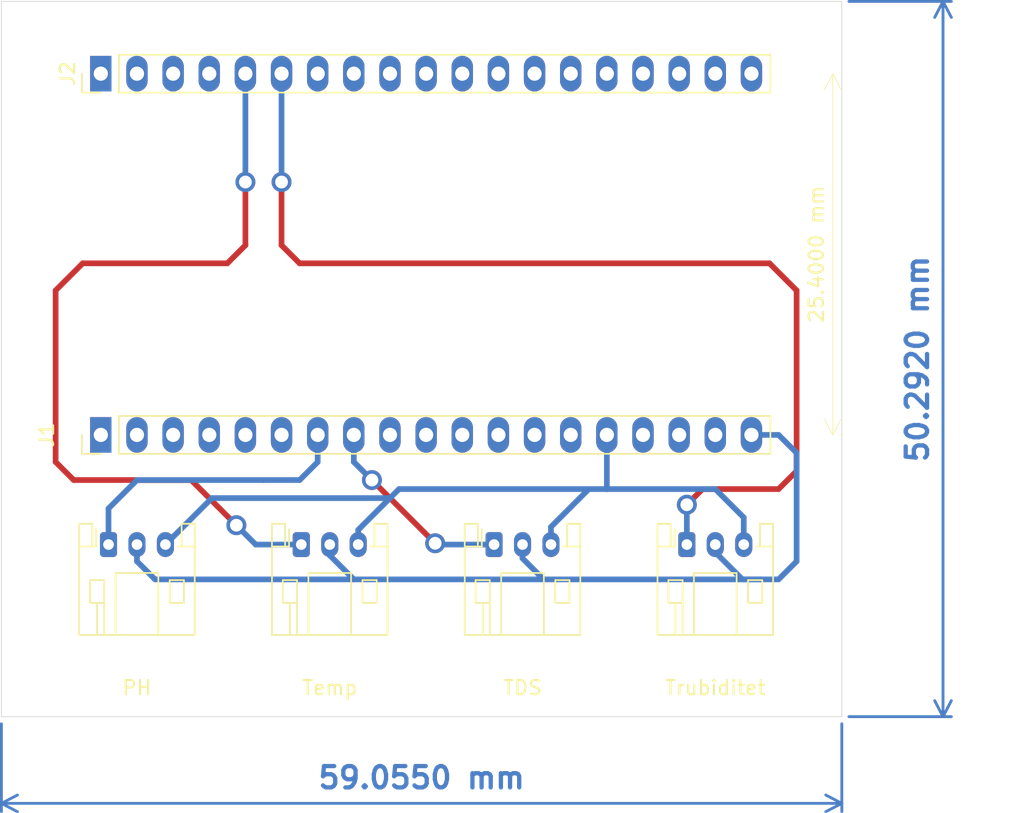
<source format=kicad_pcb>
(kicad_pcb (version 20240108) (generator "pcbnew") (generator_version "8.0")
  (layers (0 "F.Cu" signal) (31 "B.Cu" signal) (34 "B.Paste" user) (35 "F.Paste" user) (36 "B.SilkS" user "B.Silkscreen") (37 "F.SilkS" user "F.Silkscreen") (38 "B.Mask" user) (39 "F.Mask" user) (44 "Edge.Cuts" user))
  (net 0 "")
  (net 7 "Net-(J1-GND)")
  (net 8 "Net-(J1-GPIO_32)")
  (net 11 "Net-(TDS1-Pin_1)")
  (net 19 "Net-(J1-5V)")
  (net 34 "Net-(J2-GPIO_02)")
  (net 36 "Net-(J2-GPIO_00)")
  (footprint "Connector_JST:JST_PH_S3B-PH-K_1x03_P2.00mm_Horizontal" (layer "F.Cu") (at 138.546666 81.37)
    (property "Reference" "Temp" (at 2 10.07 0) (layer "F.SilkS"))
    (property "Value" "Conn_01x03")
    (fp_line (start -2.06 -1.46) (end -2.06 6.36) (stroke (width 0.12)) (layer "F.SilkS"))
    (fp_line (start -2.06 0.14) (end -1.14 0.14) (stroke (width 0.12)) (layer "F.SilkS"))
    (fp_line (start -2.06 6.36) (end 6.06 6.36) (stroke (width 0.12)) (layer "F.SilkS"))
    (fp_line (start -1.3 2.5) (end -1.3 4.1) (stroke (width 0.12)) (layer "F.SilkS"))
    (fp_line (start -1.3 4.1) (end -0.3 4.1) (stroke (width 0.12)) (layer "F.SilkS"))
    (fp_line (start -1.14 -1.46) (end -2.06 -1.46) (stroke (width 0.12)) (layer "F.SilkS"))
    (fp_line (start -1.14 0.14) (end -1.14 -1.46) (stroke (width 0.12)) (layer "F.SilkS"))
    (fp_line (start -0.86 0.14) (end -1.14 0.14) (stroke (width 0.12)) (layer "F.SilkS"))
    (fp_line (start -0.86 0.14) (end -0.86 -1.075) (stroke (width 0.12)) (layer "F.SilkS"))
    (fp_line (start -0.8 4.1) (end -0.8 6.36) (stroke (width 0.12)) (layer "F.SilkS"))
    (fp_line (start -0.3 2.5) (end -1.3 2.5) (stroke (width 0.12)) (layer "F.SilkS"))
    (fp_line (start -0.3 4.1) (end -0.3 2.5) (stroke (width 0.12)) (layer "F.SilkS"))
    (fp_line (start -0.3 4.1) (end -0.3 6.36) (stroke (width 0.12)) (layer "F.SilkS"))
    (fp_line (start 0.5 2) (end 3.5 2) (stroke (width 0.12)) (layer "F.SilkS"))
    (fp_line (start 0.5 6.36) (end 0.5 2) (stroke (width 0.12)) (layer "F.SilkS"))
    (fp_line (start 3.5 2) (end 3.5 6.36) (stroke (width 0.12)) (layer "F.SilkS"))
    (fp_line (start 4.3 2.5) (end 5.3 2.5) (stroke (width 0.12)) (layer "F.SilkS"))
    (fp_line (start 4.3 4.1) (end 4.3 2.5) (stroke (width 0.12)) (layer "F.SilkS"))
    (fp_line (start 5.14 -1.46) (end 5.14 0.14) (stroke (width 0.12)) (layer "F.SilkS"))
    (fp_line (start 5.14 0.14) (end 4.86 0.14) (stroke (width 0.12)) (layer "F.SilkS"))
    (fp_line (start 5.3 2.5) (end 5.3 4.1) (stroke (width 0.12)) (layer "F.SilkS"))
    (fp_line (start 5.3 4.1) (end 4.3 4.1) (stroke (width 0.12)) (layer "F.SilkS"))
    (fp_line (start 6.06 -1.46) (end 5.14 -1.46) (stroke (width 0.12)) (layer "F.SilkS"))
    (fp_line (start 6.06 0.14) (end 5.14 0.14) (stroke (width 0.12)) (layer "F.SilkS"))
    (fp_line (start 6.06 6.36) (end 6.06 -1.46) (stroke (width 0.12)) (layer "F.SilkS"))
    (pad "1" thru_hole roundrect (at 0 0) (size 1.2 1.75) (drill 0.75) (layers "*.Cu" "*.Mask") (roundrect_rratio 0.208333) (net 34 "Net-(J2-GPIO_02)"))
    (pad "2" thru_hole oval (at 2 0) (size 1.2 1.75) (drill 0.75) (layers "*.Cu" "*.Mask") (net 19 "Net-(J1-5V)"))
    (pad "3" thru_hole oval (at 4 0) (size 1.2 1.75) (drill 0.75) (layers "*.Cu" "*.Mask") (net 7 "Net-(J1-GND)"))
  )
  (footprint "Connector_PinHeader_2.54mm:PinHeader_1x19_P2.54mm_Vertical" (layer "F.Cu") (at 124.46 73.66 90)
    (property "Reference" "J1" (at 0 -3.81 90) (layer "F.SilkS"))
    (property "Value" "Conn_01x19")
    (fp_line (start -1.33 -1.33) (end 0 -1.33) (stroke (width 0.12)) (layer "F.SilkS"))
    (fp_line (start -1.33 0) (end -1.33 -1.33) (stroke (width 0.12)) (layer "F.SilkS"))
    (fp_line (start 1.33 1.27) (end 1.33 47.05) (stroke (width 0.12)) (layer "F.SilkS"))
    (fp_line (start -1.33 1.27) (end 1.33 1.27) (stroke (width 0.12)) (layer "F.SilkS"))
    (fp_line (start -1.33 1.27) (end -1.33 47.05) (stroke (width 0.12)) (layer "F.SilkS"))
    (fp_line (start -1.33 47.05) (end 1.33 47.05) (stroke (width 0.12)) (layer "F.SilkS"))
    (pad "1" thru_hole rect (at 0 0 90) (size 2.5 1.5) (drill 1) (layers "*.Cu" "*.Mask"))
    (pad "2" thru_hole oval (at 0 2.54 90) (size 2.5 1.5) (drill 1) (layers "*.Cu" "*.Mask"))
    (pad "3" thru_hole oval (at 0 5.08 90) (size 2.5 1.5) (drill 1) (layers "*.Cu" "*.Mask"))
    (pad "4" thru_hole oval (at 0 7.62 90) (size 2.5 1.5) (drill 1) (layers "*.Cu" "*.Mask"))
    (pad "5" thru_hole oval (at 0 10.16 90) (size 2.5 1.5) (drill 1) (layers "*.Cu" "*.Mask"))
    (pad "6" thru_hole oval (at 0 12.7 90) (size 2.5 1.5) (drill 1) (layers "*.Cu" "*.Mask"))
    (pad "7" thru_hole oval (at 0 15.24 90) (size 2.5 1.5) (drill 1) (layers "*.Cu" "*.Mask") (net 8 "Net-(J1-GPIO_32)"))
    (pad "8" thru_hole oval (at 0 17.78 90) (size 2.5 1.5) (drill 1) (layers "*.Cu" "*.Mask") (net 11 "Net-(TDS1-Pin_1)"))
    (pad "9" thru_hole oval (at 0 20.32 90) (size 2.5 1.5) (drill 1) (layers "*.Cu" "*.Mask"))
    (pad "10" thru_hole oval (at 0 22.86 90) (size 2.5 1.5) (drill 1) (layers "*.Cu" "*.Mask"))
    (pad "11" thru_hole oval (at 0 25.4 90) (size 2.5 1.5) (drill 1) (layers "*.Cu" "*.Mask"))
    (pad "12" thru_hole oval (at 0 27.94 90) (size 2.5 1.5) (drill 1) (layers "*.Cu" "*.Mask"))
    (pad "13" thru_hole oval (at 0 30.48 90) (size 2.5 1.5) (drill 1) (layers "*.Cu" "*.Mask"))
    (pad "14" thru_hole oval (at 0 33.02 90) (size 2.5 1.5) (drill 1) (layers "*.Cu" "*.Mask"))
    (pad "15" thru_hole oval (at 0 35.56 90) (size 2.5 1.5) (drill 1) (layers "*.Cu" "*.Mask") (net 7 "Net-(J1-GND)"))
    (pad "16" thru_hole oval (at 0 38.1 90) (size 2.5 1.5) (drill 1) (layers "*.Cu" "*.Mask"))
    (pad "17" thru_hole oval (at 0 40.64 90) (size 2.5 1.5) (drill 1) (layers "*.Cu" "*.Mask"))
    (pad "18" thru_hole oval (at 0 43.18 90) (size 2.5 1.5) (drill 1) (layers "*.Cu" "*.Mask"))
    (pad "19" thru_hole oval (at 0 45.72 90) (size 2.5 1.5) (drill 1) (layers "*.Cu" "*.Mask") (net 19 "Net-(J1-5V)"))
  )
  (footprint "Connector_PinHeader_2.54mm:PinHeader_1x19_P2.54mm_Vertical" (layer "F.Cu") (at 124.46 48.26 90)
    (property "Reference" "J2" (at 0 -2.33 90) (layer "F.SilkS"))
    (property "Value" "Conn_01x19")
    (fp_line (start -1.33 -1.33) (end 0 -1.33) (stroke (width 0.12)) (layer "F.SilkS"))
    (fp_line (start -1.33 0) (end -1.33 -1.33) (stroke (width 0.12)) (layer "F.SilkS"))
    (fp_line (start 1.33 1.27) (end 1.33 47.05) (stroke (width 0.12)) (layer "F.SilkS"))
    (fp_line (start -1.33 1.27) (end 1.33 1.27) (stroke (width 0.12)) (layer "F.SilkS"))
    (fp_line (start -1.33 1.27) (end -1.33 47.05) (stroke (width 0.12)) (layer "F.SilkS"))
    (fp_line (start -1.33 47.05) (end 1.33 47.05) (stroke (width 0.12)) (layer "F.SilkS"))
    (pad "1" thru_hole rect (at 0 0 90) (size 2.5 1.5) (drill 1) (layers "*.Cu" "*.Mask"))
    (pad "2" thru_hole oval (at 0 2.54 90) (size 2.5 1.5) (drill 1) (layers "*.Cu" "*.Mask"))
    (pad "3" thru_hole oval (at 0 5.08 90) (size 2.5 1.5) (drill 1) (layers "*.Cu" "*.Mask"))
    (pad "4" thru_hole oval (at 0 7.62 90) (size 2.5 1.5) (drill 1) (layers "*.Cu" "*.Mask"))
    (pad "5" thru_hole oval (at 0 10.16 90) (size 2.5 1.5) (drill 1) (layers "*.Cu" "*.Mask") (net 34 "Net-(J2-GPIO_02)"))
    (pad "6" thru_hole oval (at 0 12.7 90) (size 2.5 1.5) (drill 1) (layers "*.Cu" "*.Mask") (net 36 "Net-(J2-GPIO_00)"))
    (pad "7" thru_hole oval (at 0 15.24 90) (size 2.5 1.5) (drill 1) (layers "*.Cu" "*.Mask"))
    (pad "8" thru_hole oval (at 0 17.78 90) (size 2.5 1.5) (drill 1) (layers "*.Cu" "*.Mask"))
    (pad "9" thru_hole oval (at 0 20.32 90) (size 2.5 1.5) (drill 1) (layers "*.Cu" "*.Mask"))
    (pad "10" thru_hole oval (at 0 22.86 90) (size 2.5 1.5) (drill 1) (layers "*.Cu" "*.Mask"))
    (pad "11" thru_hole oval (at 0 25.4 90) (size 2.5 1.5) (drill 1) (layers "*.Cu" "*.Mask"))
    (pad "12" thru_hole oval (at 0 27.94 90) (size 2.5 1.5) (drill 1) (layers "*.Cu" "*.Mask"))
    (pad "13" thru_hole oval (at 0 30.48 90) (size 2.5 1.5) (drill 1) (layers "*.Cu" "*.Mask"))
    (pad "14" thru_hole oval (at 0 33.02 90) (size 2.5 1.5) (drill 1) (layers "*.Cu" "*.Mask"))
    (pad "15" thru_hole oval (at 0 35.56 90) (size 2.5 1.5) (drill 1) (layers "*.Cu" "*.Mask"))
    (pad "16" thru_hole oval (at 0 38.1 90) (size 2.5 1.5) (drill 1) (layers "*.Cu" "*.Mask"))
    (pad "17" thru_hole oval (at 0 40.64 90) (size 2.5 1.5) (drill 1) (layers "*.Cu" "*.Mask"))
    (pad "18" thru_hole oval (at 0 43.18 90) (size 2.5 1.5) (drill 1) (layers "*.Cu" "*.Mask"))
    (pad "19" thru_hole oval (at 0 45.72 90) (size 2.5 1.5) (drill 1) (layers "*.Cu" "*.Mask"))
  )
  (footprint "Connector_JST:JST_PH_S3B-PH-K_1x03_P2.00mm_Horizontal" (layer "F.Cu") (at 165.64 81.37)
    (property "Reference" "Trubiditet" (at 2 10.07 0) (layer "F.SilkS"))
    (property "Value" "Conn_01x03")
    (fp_line (start -2.06 -1.46) (end -2.06 6.36) (stroke (width 0.12)) (layer "F.SilkS"))
    (fp_line (start -2.06 0.14) (end -1.14 0.14) (stroke (width 0.12)) (layer "F.SilkS"))
    (fp_line (start -2.06 6.36) (end 6.06 6.36) (stroke (width 0.12)) (layer "F.SilkS"))
    (fp_line (start -1.3 2.5) (end -1.3 4.1) (stroke (width 0.12)) (layer "F.SilkS"))
    (fp_line (start -1.3 4.1) (end -0.3 4.1) (stroke (width 0.12)) (layer "F.SilkS"))
    (fp_line (start -1.14 -1.46) (end -2.06 -1.46) (stroke (width 0.12)) (layer "F.SilkS"))
    (fp_line (start -1.14 0.14) (end -1.14 -1.46) (stroke (width 0.12)) (layer "F.SilkS"))
    (fp_line (start -0.86 0.14) (end -1.14 0.14) (stroke (width 0.12)) (layer "F.SilkS"))
    (fp_line (start -0.86 0.14) (end -0.86 -1.075) (stroke (width 0.12)) (layer "F.SilkS"))
    (fp_line (start -0.8 4.1) (end -0.8 6.36) (stroke (width 0.12)) (layer "F.SilkS"))
    (fp_line (start -0.3 2.5) (end -1.3 2.5) (stroke (width 0.12)) (layer "F.SilkS"))
    (fp_line (start -0.3 4.1) (end -0.3 2.5) (stroke (width 0.12)) (layer "F.SilkS"))
    (fp_line (start -0.3 4.1) (end -0.3 6.36) (stroke (width 0.12)) (layer "F.SilkS"))
    (fp_line (start 0.5 2) (end 3.5 2) (stroke (width 0.12)) (layer "F.SilkS"))
    (fp_line (start 0.5 6.36) (end 0.5 2) (stroke (width 0.12)) (layer "F.SilkS"))
    (fp_line (start 3.5 2) (end 3.5 6.36) (stroke (width 0.12)) (layer "F.SilkS"))
    (fp_line (start 4.3 2.5) (end 5.3 2.5) (stroke (width 0.12)) (layer "F.SilkS"))
    (fp_line (start 4.3 4.1) (end 4.3 2.5) (stroke (width 0.12)) (layer "F.SilkS"))
    (fp_line (start 5.14 -1.46) (end 5.14 0.14) (stroke (width 0.12)) (layer "F.SilkS"))
    (fp_line (start 5.14 0.14) (end 4.86 0.14) (stroke (width 0.12)) (layer "F.SilkS"))
    (fp_line (start 5.3 2.5) (end 5.3 4.1) (stroke (width 0.12)) (layer "F.SilkS"))
    (fp_line (start 5.3 4.1) (end 4.3 4.1) (stroke (width 0.12)) (layer "F.SilkS"))
    (fp_line (start 6.06 -1.46) (end 5.14 -1.46) (stroke (width 0.12)) (layer "F.SilkS"))
    (fp_line (start 6.06 0.14) (end 5.14 0.14) (stroke (width 0.12)) (layer "F.SilkS"))
    (fp_line (start 6.06 6.36) (end 6.06 -1.46) (stroke (width 0.12)) (layer "F.SilkS"))
    (pad "1" thru_hole roundrect (at 0 0) (size 1.2 1.75) (drill 0.75) (layers "*.Cu" "*.Mask") (roundrect_rratio 0.208333) (net 36 "Net-(J2-GPIO_00)"))
    (pad "2" thru_hole oval (at 2 0) (size 1.2 1.75) (drill 0.75) (layers "*.Cu" "*.Mask") (net 19 "Net-(J1-5V)"))
    (pad "3" thru_hole oval (at 4 0) (size 1.2 1.75) (drill 0.75) (layers "*.Cu" "*.Mask") (net 7 "Net-(J1-GND)"))
  )
  (footprint "Connector_JST:JST_PH_S3B-PH-K_1x03_P2.00mm_Horizontal" (layer "F.Cu") (at 125 81.37)
    (property "Reference" "PH" (at 2 10.07 0) (layer "F.SilkS"))
    (property "Value" "Conn_01x03")
    (fp_line (start -2.06 -1.46) (end -2.06 6.36) (stroke (width 0.12)) (layer "F.SilkS"))
    (fp_line (start -2.06 0.14) (end -1.14 0.14) (stroke (width 0.12)) (layer "F.SilkS"))
    (fp_line (start -2.06 6.36) (end 6.06 6.36) (stroke (width 0.12)) (layer "F.SilkS"))
    (fp_line (start -1.3 2.5) (end -1.3 4.1) (stroke (width 0.12)) (layer "F.SilkS"))
    (fp_line (start -1.3 4.1) (end -0.3 4.1) (stroke (width 0.12)) (layer "F.SilkS"))
    (fp_line (start -1.14 -1.46) (end -2.06 -1.46) (stroke (width 0.12)) (layer "F.SilkS"))
    (fp_line (start -1.14 0.14) (end -1.14 -1.46) (stroke (width 0.12)) (layer "F.SilkS"))
    (fp_line (start -0.86 0.14) (end -1.14 0.14) (stroke (width 0.12)) (layer "F.SilkS"))
    (fp_line (start -0.86 0.14) (end -0.86 -1.075) (stroke (width 0.12)) (layer "F.SilkS"))
    (fp_line (start -0.8 4.1) (end -0.8 6.36) (stroke (width 0.12)) (layer "F.SilkS"))
    (fp_line (start -0.3 2.5) (end -1.3 2.5) (stroke (width 0.12)) (layer "F.SilkS"))
    (fp_line (start -0.3 4.1) (end -0.3 2.5) (stroke (width 0.12)) (layer "F.SilkS"))
    (fp_line (start -0.3 4.1) (end -0.3 6.36) (stroke (width 0.12)) (layer "F.SilkS"))
    (fp_line (start 0.5 2) (end 3.5 2) (stroke (width 0.12)) (layer "F.SilkS"))
    (fp_line (start 0.5 6.36) (end 0.5 2) (stroke (width 0.12)) (layer "F.SilkS"))
    (fp_line (start 3.5 2) (end 3.5 6.36) (stroke (width 0.12)) (layer "F.SilkS"))
    (fp_line (start 4.3 2.5) (end 5.3 2.5) (stroke (width 0.12)) (layer "F.SilkS"))
    (fp_line (start 4.3 4.1) (end 4.3 2.5) (stroke (width 0.12)) (layer "F.SilkS"))
    (fp_line (start 5.14 -1.46) (end 5.14 0.14) (stroke (width 0.12)) (layer "F.SilkS"))
    (fp_line (start 5.14 0.14) (end 4.86 0.14) (stroke (width 0.12)) (layer "F.SilkS"))
    (fp_line (start 5.3 2.5) (end 5.3 4.1) (stroke (width 0.12)) (layer "F.SilkS"))
    (fp_line (start 5.3 4.1) (end 4.3 4.1) (stroke (width 0.12)) (layer "F.SilkS"))
    (fp_line (start 6.06 -1.46) (end 5.14 -1.46) (stroke (width 0.12)) (layer "F.SilkS"))
    (fp_line (start 6.06 0.14) (end 5.14 0.14) (stroke (width 0.12)) (layer "F.SilkS"))
    (fp_line (start 6.06 6.36) (end 6.06 -1.46) (stroke (width 0.12)) (layer "F.SilkS"))
    (pad "1" thru_hole roundrect (at 0 0) (size 1.2 1.75) (drill 0.75) (layers "*.Cu" "*.Mask") (roundrect_rratio 0.208333) (net 8 "Net-(J1-GPIO_32)"))
    (pad "2" thru_hole oval (at 2 0) (size 1.2 1.75) (drill 0.75) (layers "*.Cu" "*.Mask") (net 19 "Net-(J1-5V)"))
    (pad "3" thru_hole oval (at 4 0) (size 1.2 1.75) (drill 0.75) (layers "*.Cu" "*.Mask") (net 7 "Net-(J1-GND)"))
  )
  (footprint "Connector_JST:JST_PH_S3B-PH-K_1x03_P2.00mm_Horizontal" (layer "F.Cu") (at 152.093332 81.37)
    (property "Reference" "TDS" (at 2 10.07 0) (layer "F.SilkS"))
    (property "Value" "Conn_01x03")
    (fp_line (start -2.06 -1.46) (end -2.06 6.36) (stroke (width 0.12)) (layer "F.SilkS"))
    (fp_line (start -2.06 0.14) (end -1.14 0.14) (stroke (width 0.12)) (layer "F.SilkS"))
    (fp_line (start -2.06 6.36) (end 6.06 6.36) (stroke (width 0.12)) (layer "F.SilkS"))
    (fp_line (start -1.3 2.5) (end -1.3 4.1) (stroke (width 0.12)) (layer "F.SilkS"))
    (fp_line (start -1.3 4.1) (end -0.3 4.1) (stroke (width 0.12)) (layer "F.SilkS"))
    (fp_line (start -1.14 -1.46) (end -2.06 -1.46) (stroke (width 0.12)) (layer "F.SilkS"))
    (fp_line (start -1.14 0.14) (end -1.14 -1.46) (stroke (width 0.12)) (layer "F.SilkS"))
    (fp_line (start -0.86 0.14) (end -1.14 0.14) (stroke (width 0.12)) (layer "F.SilkS"))
    (fp_line (start -0.86 0.14) (end -0.86 -1.075) (stroke (width 0.12)) (layer "F.SilkS"))
    (fp_line (start -0.8 4.1) (end -0.8 6.36) (stroke (width 0.12)) (layer "F.SilkS"))
    (fp_line (start -0.3 2.5) (end -1.3 2.5) (stroke (width 0.12)) (layer "F.SilkS"))
    (fp_line (start -0.3 4.1) (end -0.3 2.5) (stroke (width 0.12)) (layer "F.SilkS"))
    (fp_line (start -0.3 4.1) (end -0.3 6.36) (stroke (width 0.12)) (layer "F.SilkS"))
    (fp_line (start 0.5 2) (end 3.5 2) (stroke (width 0.12)) (layer "F.SilkS"))
    (fp_line (start 0.5 6.36) (end 0.5 2) (stroke (width 0.12)) (layer "F.SilkS"))
    (fp_line (start 3.5 2) (end 3.5 6.36) (stroke (width 0.12)) (layer "F.SilkS"))
    (fp_line (start 4.3 2.5) (end 5.3 2.5) (stroke (width 0.12)) (layer "F.SilkS"))
    (fp_line (start 4.3 4.1) (end 4.3 2.5) (stroke (width 0.12)) (layer "F.SilkS"))
    (fp_line (start 5.14 -1.46) (end 5.14 0.14) (stroke (width 0.12)) (layer "F.SilkS"))
    (fp_line (start 5.14 0.14) (end 4.86 0.14) (stroke (width 0.12)) (layer "F.SilkS"))
    (fp_line (start 5.3 2.5) (end 5.3 4.1) (stroke (width 0.12)) (layer "F.SilkS"))
    (fp_line (start 5.3 4.1) (end 4.3 4.1) (stroke (width 0.12)) (layer "F.SilkS"))
    (fp_line (start 6.06 -1.46) (end 5.14 -1.46) (stroke (width 0.12)) (layer "F.SilkS"))
    (fp_line (start 6.06 0.14) (end 5.14 0.14) (stroke (width 0.12)) (layer "F.SilkS"))
    (fp_line (start 6.06 6.36) (end 6.06 -1.46) (stroke (width 0.12)) (layer "F.SilkS"))
    (pad "1" thru_hole roundrect (at 0 0) (size 1.2 1.75) (drill 0.75) (layers "*.Cu" "*.Mask") (roundrect_rratio 0.208333) (net 11 "Net-(TDS1-Pin_1)"))
    (pad "2" thru_hole oval (at 2 0) (size 1.2 1.75) (drill 0.75) (layers "*.Cu" "*.Mask") (net 19 "Net-(J1-5V)"))
    (pad "3" thru_hole oval (at 4 0) (size 1.2 1.75) (drill 0.75) (layers "*.Cu" "*.Mask") (net 7 "Net-(J1-GND)"))
  )
  (gr_rect (start 117.475 43.18) (end 176.53 93.472) (stroke (width 0.05)) (fill none) (layer "Edge.Cuts"))
  (dimension (type aligned) (layer "B.Cu") (pts (xy 176.53 43.18) (xy 176.53 93.472)) (height -7.112) (gr_text "50.2920 mm" (at 181.842 68.326 90) (layer "B.Cu") (effects (font (size 1.5 1.5) (thickness 0.3)))) (format (prefix "") (suffix "") (units 3) (units_format 1) (precision 4)) (style (thickness 0.2) (arrow_length 1.27) (text_position_mode 0) (extension_height 0.58642) (extension_offset 0.5) keep_text_aligned))
  (dimension (type aligned) (layer "B.Cu") (pts (xy 176.53 93.472) (xy 117.475 93.472)) (height -6.096) (gr_text "59.0550 mm" (at 147.0025 97.768 0) (layer "B.Cu") (effects (font (size 1.5 1.5) (thickness 0.3)))) (format (prefix "") (suffix "") (units 3) (units_format 1) (precision 4)) (style (thickness 0.2) (arrow_length 1.27) (text_position_mode 0) (extension_height 0.58642) (extension_offset 0.5) keep_text_aligned))
  (dimension (type aligned) (layer "F.SilkS") (pts (xy 175.895 48.26) (xy 175.895 73.66)) (height 0) (gr_text "25.4000 mm" (at 174.745 60.96 90) (layer "F.SilkS") (effects (font (size 1 1) (thickness 0.15)))) (format (prefix "") (suffix "") (units 3) (units_format 1) (precision 4)) (style (thickness 0.05) (arrow_length 1.27) (text_position_mode 0) (extension_height 0.58642) (extension_offset 0.5) keep_text_aligned))
  (segment (start 160.02 73.66) (end 160.02 77.47) (width 0.4) (layer "B.Cu") (net 7))
  (segment (start 142.546666 80.338334) (end 142.546666 81.37) (width 0.4) (layer "B.Cu") (net 7))
  (segment (start 156.093332 80.126668) (end 156.093332 81.37) (width 0.4) (layer "B.Cu") (net 7))
  (segment (start 167.6425 77.47) (end 169.64 79.4675) (width 0.4) (layer "B.Cu") (net 7))
  (segment (start 169.64 79.4675) (end 169.64 81.37) (width 0.4) (layer "B.Cu") (net 7))
  (segment (start 158.75 77.47) (end 160.02 77.47) (width 0.4) (layer "B.Cu") (net 7))
  (segment (start 144.78 78.105) (end 145.415 77.47) (width 0.4) (layer "B.Cu") (net 7))
  (segment (start 144.78 78.105) (end 142.546666 80.338334) (width 0.4) (layer "B.Cu") (net 7))
  (segment (start 158.115 78.105) (end 158.75 77.47) (width 0.4) (layer "B.Cu") (net 7))
  (segment (start 129 81.37) (end 132.265 78.105) (width 0.4) (layer "B.Cu") (net 7))
  (segment (start 158.115 78.105) (end 156.093332 80.126668) (width 0.4) (layer "B.Cu") (net 7))
  (segment (start 160.02 77.47) (end 167.6425 77.47) (width 0.4) (layer "B.Cu") (net 7))
  (segment (start 145.415 77.47) (end 158.75 77.47) (width 0.4) (layer "B.Cu") (net 7))
  (segment (start 132.265 78.105) (end 144.78 78.105) (width 0.4) (layer "B.Cu") (net 7))
  (segment (start 139.7 75.565) (end 139.7 73.66) (width 0.4) (layer "B.Cu") (net 8))
  (segment (start 135.89 76.835) (end 138.43 76.835) (width 0.4) (layer "B.Cu") (net 8))
  (segment (start 125 78.835) (end 127 76.835) (width 0.4) (layer "B.Cu") (net 8))
  (segment (start 127 76.835) (end 135.89 76.835) (width 0.4) (layer "B.Cu") (net 8))
  (segment (start 125 81.37) (end 125 78.835) (width 0.4) (layer "B.Cu") (net 8))
  (segment (start 138.43 76.835) (end 139.7 75.565) (width 0.4) (layer "B.Cu") (net 8))
  (segment (start 147.955 81.28) (end 143.51 76.835) (width 0.4) (layer "F.Cu") (net 11))
  (via (at 143.51 76.835) (size 1.4) (drill 0.9) (layers "F.Cu" "B.Cu") (net 11))
  (via (at 147.955 81.28) (size 1.4) (drill 0.9) (layers "F.Cu" "B.Cu") (net 11))
  (segment (start 148.045 81.37) (end 152.093332 81.37) (width 0.4) (layer "B.Cu") (net 11))
  (segment (start 143.51 76.835) (end 142.24 75.565) (width 0.4) (layer "B.Cu") (net 11))
  (segment (start 147.955 81.28) (end 148.045 81.37) (width 0.4) (layer "B.Cu") (net 11))
  (segment (start 142.24 75.565) (end 142.24 73.66) (width 0.4) (layer "B.Cu") (net 11))
  (segment (start 170.815 83.82) (end 172.085 83.82) (width 0.4) (layer "B.Cu") (net 19))
  (segment (start 128.27 83.82) (end 142.24 83.82) (width 0.4) (layer "B.Cu") (net 19))
  (segment (start 154.093332 82.338332) (end 154.093332 81.37) (width 0.4) (layer "B.Cu") (net 19))
  (segment (start 172.085 73.66) (end 170.18 73.66) (width 0.4) (layer "B.Cu") (net 19))
  (segment (start 169.545 83.82) (end 170.815 83.82) (width 0.4) (layer "B.Cu") (net 19))
  (segment (start 140.546666 82.126666) (end 140.546666 81.37) (width 0.4) (layer "B.Cu") (net 19))
  (segment (start 172.085 83.82) (end 173.355 82.55) (width 0.4) (layer "B.Cu") (net 19))
  (segment (start 142.24 83.82) (end 155.575 83.82) (width 0.4) (layer "B.Cu") (net 19))
  (segment (start 167.64 81.37) (end 167.64 81.915) (width 0.4) (layer "B.Cu") (net 19))
  (segment (start 127 81.37) (end 127 82.55) (width 0.4) (layer "B.Cu") (net 19))
  (segment (start 155.575 83.82) (end 154.093332 82.338332) (width 0.4) (layer "B.Cu") (net 19))
  (segment (start 167.64 81.915) (end 169.545 83.82) (width 0.4) (layer "B.Cu") (net 19))
  (segment (start 155.575 83.82) (end 170.815 83.82) (width 0.4) (layer "B.Cu") (net 19))
  (segment (start 142.24 83.82) (end 140.546666 82.126666) (width 0.4) (layer "B.Cu") (net 19))
  (segment (start 127 82.55) (end 128.27 83.82) (width 0.4) (layer "B.Cu") (net 19))
  (segment (start 173.355 74.93) (end 172.085 73.66) (width 0.4) (layer "B.Cu") (net 19))
  (segment (start 173.355 82.55) (end 173.355 74.93) (width 0.4) (layer "B.Cu") (net 19))
  (segment (start 123.19 61.595) (end 133.35 61.595) (width 0.4) (layer "F.Cu") (net 34))
  (segment (start 133.35 61.595) (end 134.62 60.325) (width 0.4) (layer "F.Cu") (net 34))
  (segment (start 121.285 75.565) (end 121.285 63.5) (width 0.4) (layer "F.Cu") (net 34))
  (segment (start 130.81 76.835) (end 122.555 76.835) (width 0.4) (layer "F.Cu") (net 34))
  (segment (start 133.985 80.01) (end 130.81 76.835) (width 0.4) (layer "F.Cu") (net 34))
  (segment (start 134.62 60.325) (end 134.62 55.88) (width 0.4) (layer "F.Cu") (net 34))
  (segment (start 122.555 76.835) (end 121.285 75.565) (width 0.4) (layer "F.Cu") (net 34))
  (segment (start 121.285 63.5) (end 123.19 61.595) (width 0.4) (layer "F.Cu") (net 34))
  (via (at 134.62 55.88) (size 1.4) (drill 0.9) (layers "F.Cu" "B.Cu") (net 34))
  (via (at 133.985 80.01) (size 1.4) (drill 0.9) (layers "F.Cu" "B.Cu") (net 34))
  (segment (start 135.345 81.37) (end 138.546666 81.37) (width 0.4) (layer "B.Cu") (net 34))
  (segment (start 134.62 55.88) (end 134.62 48.26) (width 0.4) (layer "B.Cu") (net 34))
  (segment (start 133.985 80.01) (end 135.345 81.37) (width 0.4) (layer "B.Cu") (net 34))
  (segment (start 166.74 77.47) (end 172.085 77.47) (width 0.4) (layer "F.Cu") (net 36))
  (segment (start 165.64 78.57) (end 166.74 77.47) (width 0.4) (layer "F.Cu") (net 36))
  (segment (start 173.355 76.2) (end 173.355 63.5) (width 0.4) (layer "F.Cu") (net 36))
  (segment (start 173.355 63.5) (end 171.45 61.595) (width 0.4) (layer "F.Cu") (net 36))
  (segment (start 171.45 61.595) (end 138.43 61.595) (width 0.4) (layer "F.Cu") (net 36))
  (segment (start 137.16 60.325) (end 137.16 55.88) (width 0.4) (layer "F.Cu") (net 36))
  (segment (start 138.43 61.595) (end 137.16 60.325) (width 0.4) (layer "F.Cu") (net 36))
  (segment (start 172.085 77.47) (end 173.355 76.2) (width 0.4) (layer "F.Cu") (net 36))
  (via (at 137.16 55.88) (size 1.4) (drill 0.9) (layers "F.Cu" "B.Cu") (net 36))
  (via (at 165.64 78.57) (size 1.4) (drill 0.9) (layers "F.Cu" "B.Cu") (net 36))
  (segment (start 137.16 55.88) (end 137.16 48.26) (width 0.4) (layer "B.Cu") (net 36))
  (segment (start 165.64 78.57) (end 165.64 81.37) (width 0.4) (layer "B.Cu") (net 36))
)
</source>
